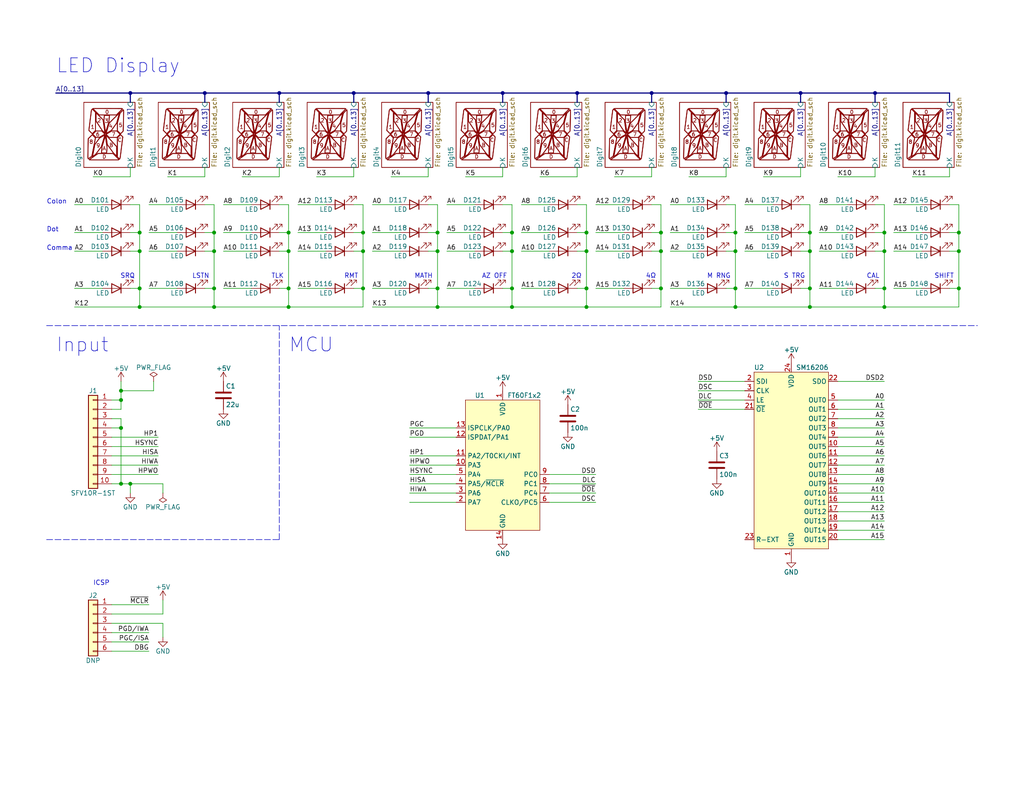
<source format=kicad_sch>
(kicad_sch (version 20211123) (generator eeschema)
  (paper "USLetter")
  (title_block (title "HP3478A LED Display") (date "2022-10-04") (rev "1.0") (company "© 2022 Sam Hanes, licensed under CERN-OHL-P v2+") (comment 1 "https://github.com/Elemecca/hp3478"))
  (lib_symbols
    (symbol "0Local:Digit_Legend" (pin_names (offset 1.016)) (in_bom no) (on_board no)
      (symbol "Digit_Legend_0_0"
        (text "0" (at -1.016 6.731 0) (effects (font (size 1.016 1.016))))
        (text "1" (at -4.953 2.667 0) (effects (font (size 1.016 1.016))))
        (text "2" (at -3.175 4.445 0) (effects (font (size 1.016 1.016))))
        (text "3" (at -1.143 4.318 0) (effects (font (size 1.016 1.016))))
        (text "4" (at 0 2.921 0) (effects (font (size 1.016 1.016))))
        (text "5" (at 2.667 3.175 0) (effects (font (size 1.016 1.016))))
        (text "6" (at -3.556 0.635 0) (effects (font (size 1.016 1.016))))
        (text "7" (at 0.762 0.635 0) (effects (font (size 1.016 1.016))))
        (text "8" (at -5.334 -1.397 0) (effects (font (size 1.016 1.016))))
        (text "9" (at -3.429 -2.413 0) (effects (font (size 1.016 1.016))))
        (text "A" (at -1.778 -3.175 0) (effects (font (size 1.016 1.016))))
        (text "B" (at 0.127 -2.286 0) (effects (font (size 1.016 1.016))))
        (text "C" (at 2.413 -0.889 0) (effects (font (size 1.016 1.016))))
        (text "D" (at -1.778 -5.461 0) (effects (font (size 1.016 1.016))))
      )
    )
    (symbol "0Local:FT60F1x2"
      (property "Reference" "U" (at -7.62 19.05 0))
      (property "Value" "FT60F1x2" (at 1.27 19.05 0))
      (symbol "FT60F1x2_1_1"
        (pin power_in line (at 0 20.32 270) (length 2.54) (name "VDD") (number "1"))
        (pin bidirectional line (at -12.7 0 0) (length 2.54) (name "PA3") (number "10"))
        (pin bidirectional line (at -12.7 2.54 0) (length 2.54) (name "PA2/T0CKI/INT") (number "11"))
        (pin bidirectional line (at -12.7 7.62 0) (length 2.54) (name "ISPDAT/PA1") (number "12"))
        (pin bidirectional line (at -12.7 10.16 0) (length 2.54) (name "ISPCLK/PA0") (number "13"))
        (pin power_in line (at 0 -20.32 90) (length 2.54) (name "GND") (number "14"))
        (pin bidirectional line (at -12.7 -10.16 0) (length 2.54) (name "PA7") (number "2"))
        (pin bidirectional line (at -12.7 -7.62 0) (length 2.54) (name "PA6") (number "3"))
        (pin bidirectional line (at -12.7 -5.08 0) (length 2.54) (name "PA5/~{MCLR}") (number "4"))
        (pin bidirectional line (at -12.7 -2.54 0) (length 2.54) (name "PA4") (number "5"))
        (pin bidirectional line (at 12.7 -10.16 180) (length 2.54) (name "CLKO/PC5") (number "6"))
        (pin bidirectional line (at 12.7 -7.62 180) (length 2.54) (name "PC4") (number "7"))
        (pin bidirectional line (at 12.7 -5.08 180) (length 2.54) (name "PC1") (number "8"))
        (pin bidirectional line (at 12.7 -2.54 180) (length 2.54) (name "PC0") (number "9"))
      )
    )
    (symbol "0Local:SM16206"
      (property "Reference" "U" (at -10.16 26.67 0))
      (property "Value" "SM16206" (at 1.27 26.67 0))
      (symbol "SM16206_1_1"
        (pin power_in line (at 0 -25.4 90) (length 2.54) (name "GND") (number "1"))
        (pin output line (at 12.7 5.08 180) (length 2.54) (name "OUT5") (number "10"))
        (pin output line (at 12.7 2.54 180) (length 2.54) (name "OUT6") (number "11"))
        (pin output line (at 12.7 0 180) (length 2.54) (name "OUT7") (number "12"))
        (pin output line (at 12.7 -2.54 180) (length 2.54) (name "OUT8") (number "13"))
        (pin output line (at 12.7 -5.08 180) (length 2.54) (name "OUT9") (number "14"))
        (pin output line (at 12.7 -7.62 180) (length 2.54) (name "OUT10") (number "15"))
        (pin output line (at 12.7 -10.16 180) (length 2.54) (name "OUT11") (number "16"))
        (pin output line (at 12.7 -12.7 180) (length 2.54) (name "OUT12") (number "17"))
        (pin output line (at 12.7 -15.24 180) (length 2.54) (name "OUT13") (number "18"))
        (pin output line (at 12.7 -17.78 180) (length 2.54) (name "OUT14") (number "19"))
        (pin input line (at -12.7 22.86 0) (length 2.54) (name "SDI") (number "2"))
        (pin output line (at 12.7 -20.32 180) (length 2.54) (name "OUT15") (number "20"))
        (pin input line (at -12.7 15.24 0) (length 2.54) (name "~{OE}") (number "21"))
        (pin output line (at 12.7 22.86 180) (length 2.54) (name "SDO") (number "22"))
        (pin passive line (at -12.7 -20.32 0) (length 2.54) (name "R-EXT") (number "23"))
        (pin power_in line (at 0 27.94 270) (length 2.54) (name "VDD") (number "24"))
        (pin input line (at -12.7 20.32 0) (length 2.54) (name "CLK") (number "3"))
        (pin input line (at -12.7 17.78 0) (length 2.54) (name "LE") (number "4"))
        (pin output line (at 12.7 17.78 180) (length 2.54) (name "OUT0") (number "5"))
        (pin output line (at 12.7 15.24 180) (length 2.54) (name "OUT1") (number "6"))
        (pin output line (at 12.7 12.7 180) (length 2.54) (name "OUT2") (number "7"))
        (pin output line (at 12.7 10.16 180) (length 2.54) (name "OUT3") (number "8"))
        (pin output line (at 12.7 7.62 180) (length 2.54) (name "OUT4") (number "9"))
      )
    )
    (symbol "Connector_Generic:Conn_01x06" (pin_names (offset 1.016) hide)
      (property "Reference" "J" (at 0 7.62 0))
      (property "Value" "Conn_01x06" (at 0 -10.16 0))
      (symbol "Conn_01x06_1_1"
        (pin passive line (at -5.08 5.08 0) (length 3.81) (name "Pin_1") (number "1"))
        (pin passive line (at -5.08 2.54 0) (length 3.81) (name "Pin_2") (number "2"))
        (pin passive line (at -5.08 0 0) (length 3.81) (name "Pin_3") (number "3"))
        (pin passive line (at -5.08 -2.54 0) (length 3.81) (name "Pin_4") (number "4"))
        (pin passive line (at -5.08 -5.08 0) (length 3.81) (name "Pin_5") (number "5"))
        (pin passive line (at -5.08 -7.62 0) (length 3.81) (name "Pin_6") (number "6"))
      )
    )
    (symbol "Connector_Generic:Conn_01x10" (pin_names (offset 1.016) hide)
      (property "Reference" "J" (at 0 12.7 0))
      (property "Value" "Conn_01x10" (at 0 -15.24 0))
      (symbol "Conn_01x10_1_1"
        (pin passive line (at -5.08 10.16 0) (length 3.81) (name "Pin_1") (number "1"))
        (pin passive line (at -5.08 -12.7 0) (length 3.81) (name "Pin_10") (number "10"))
        (pin passive line (at -5.08 7.62 0) (length 3.81) (name "Pin_2") (number "2"))
        (pin passive line (at -5.08 5.08 0) (length 3.81) (name "Pin_3") (number "3"))
        (pin passive line (at -5.08 2.54 0) (length 3.81) (name "Pin_4") (number "4"))
        (pin passive line (at -5.08 0 0) (length 3.81) (name "Pin_5") (number "5"))
        (pin passive line (at -5.08 -2.54 0) (length 3.81) (name "Pin_6") (number "6"))
        (pin passive line (at -5.08 -5.08 0) (length 3.81) (name "Pin_7") (number "7"))
        (pin passive line (at -5.08 -7.62 0) (length 3.81) (name "Pin_8") (number "8"))
        (pin passive line (at -5.08 -10.16 0) (length 3.81) (name "Pin_9") (number "9"))
      )
    )
    (symbol "Device:C" (pin_numbers hide) (pin_names (offset 0.254))
      (property "Reference" "C" (at 0.635 2.54 0))
      (property "Value" "C" (at 0.635 -2.54 0))
      (symbol "C_1_1"
        (pin passive line (at 0 3.81 270) (length 2.794) (name "~") (number "1"))
        (pin passive line (at 0 -3.81 90) (length 2.794) (name "~") (number "2"))
      )
    )
    (symbol "Device:LED" (pin_numbers hide) (pin_names (offset 1.016) hide)
      (property "Reference" "D" (at 0 2.54 0))
      (property "Value" "LED" (at 0 -2.54 0))
      (symbol "LED_1_1"
        (pin passive line (at -3.81 0 0) (length 2.54) (name "K") (number "1"))
        (pin passive line (at 3.81 0 180) (length 2.54) (name "A") (number "2"))
      )
    )
    (symbol "Digit_Legend_1" (pin_names (offset 1.016)) (in_bom no) (on_board no)
      (symbol "Digit_Legend_1_0_0"
        (text "0" (at -1.016 6.731 0) (effects (font (size 1.016 1.016))))
        (text "1" (at -4.953 2.667 0) (effects (font (size 1.016 1.016))))
        (text "2" (at -3.175 4.445 0) (effects (font (size 1.016 1.016))))
        (text "3" (at -1.143 4.318 0) (effects (font (size 1.016 1.016))))
        (text "4" (at 0 2.921 0) (effects (font (size 1.016 1.016))))
        (text "5" (at 2.667 3.175 0) (effects (font (size 1.016 1.016))))
        (text "6" (at -3.556 0.635 0) (effects (font (size 1.016 1.016))))
        (text "7" (at 0.762 0.635 0) (effects (font (size 1.016 1.016))))
        (text "8" (at -5.334 -1.397 0) (effects (font (size 1.016 1.016))))
        (text "9" (at -3.429 -2.413 0) (effects (font (size 1.016 1.016))))
        (text "A" (at -1.778 -3.175 0) (effects (font (size 1.016 1.016))))
        (text "B" (at 0.127 -2.286 0) (effects (font (size 1.016 1.016))))
        (text "C" (at 2.413 -0.889 0) (effects (font (size 1.016 1.016))))
        (text "D" (at -1.778 -5.461 0) (effects (font (size 1.016 1.016))))
      )
    )
    (symbol "Digit_Legend_10" (pin_names (offset 1.016)) (in_bom no) (on_board no)
      (symbol "Digit_Legend_10_0_0"
        (text "0" (at -1.016 6.731 0) (effects (font (size 1.016 1.016))))
        (text "1" (at -4.953 2.667 0) (effects (font (size 1.016 1.016))))
        (text "2" (at -3.175 4.445 0) (effects (font (size 1.016 1.016))))
        (text "3" (at -1.143 4.318 0) (effects (font (size 1.016 1.016))))
        (text "4" (at 0 2.921 0) (effects (font (size 1.016 1.016))))
        (text "5" (at 2.667 3.175 0) (effects (font (size 1.016 1.016))))
        (text "6" (at -3.556 0.635 0) (effects (font (size 1.016 1.016))))
        (text "7" (at 0.762 0.635 0) (effects (font (size 1.016 1.016))))
        (text "8" (at -5.334 -1.397 0) (effects (font (size 1.016 1.016))))
        (text "9" (at -3.429 -2.413 0) (effects (font (size 1.016 1.016))))
        (text "A" (at -1.778 -3.175 0) (effects (font (size 1.016 1.016))))
        (text "B" (at 0.127 -2.286 0) (effects (font (size 1.016 1.016))))
        (text "C" (at 2.413 -0.889 0) (effects (font (size 1.016 1.016))))
        (text "D" (at -1.778 -5.461 0) (effects (font (size 1.016 1.016))))
      )
    )
    (symbol "Digit_Legend_11" (pin_names (offset 1.016)) (in_bom no) (on_board no)
      (symbol "Digit_Legend_11_0_0"
        (text "0" (at -1.016 6.731 0) (effects (font (size 1.016 1.016))))
        (text "1" (at -4.953 2.667 0) (effects (font (size 1.016 1.016))))
        (text "2" (at -3.175 4.445 0) (effects (font (size 1.016 1.016))))
        (text "3" (at -1.143 4.318 0) (effects (font (size 1.016 1.016))))
        (text "4" (at 0 2.921 0) (effects (font (size 1.016 1.016))))
        (text "5" (at 2.667 3.175 0) (effects (font (size 1.016 1.016))))
        (text "6" (at -3.556 0.635 0) (effects (font (size 1.016 1.016))))
        (text "7" (at 0.762 0.635 0) (effects (font (size 1.016 1.016))))
        (text "8" (at -5.334 -1.397 0) (effects (font (size 1.016 1.016))))
        (text "9" (at -3.429 -2.413 0) (effects (font (size 1.016 1.016))))
        (text "A" (at -1.778 -3.175 0) (effects (font (size 1.016 1.016))))
        (text "B" (at 0.127 -2.286 0) (effects (font (size 1.016 1.016))))
        (text "C" (at 2.413 -0.889 0) (effects (font (size 1.016 1.016))))
        (text "D" (at -1.778 -5.461 0) (effects (font (size 1.016 1.016))))
      )
    )
    (symbol "Digit_Legend_2" (pin_names (offset 1.016)) (in_bom no) (on_board no)
      (symbol "Digit_Legend_2_0_0"
        (text "0" (at -1.016 6.731 0) (effects (font (size 1.016 1.016))))
        (text "1" (at -4.953 2.667 0) (effects (font (size 1.016 1.016))))
        (text "2" (at -3.175 4.445 0) (effects (font (size 1.016 1.016))))
        (text "3" (at -1.143 4.318 0) (effects (font (size 1.016 1.016))))
        (text "4" (at 0 2.921 0) (effects (font (size 1.016 1.016))))
        (text "5" (at 2.667 3.175 0) (effects (font (size 1.016 1.016))))
        (text "6" (at -3.556 0.635 0) (effects (font (size 1.016 1.016))))
        (text "7" (at 0.762 0.635 0) (effects (font (size 1.016 1.016))))
        (text "8" (at -5.334 -1.397 0) (effects (font (size 1.016 1.016))))
        (text "9" (at -3.429 -2.413 0) (effects (font (size 1.016 1.016))))
        (text "A" (at -1.778 -3.175 0) (effects (font (size 1.016 1.016))))
        (text "B" (at 0.127 -2.286 0) (effects (font (size 1.016 1.016))))
        (text "C" (at 2.413 -0.889 0) (effects (font (size 1.016 1.016))))
        (text "D" (at -1.778 -5.461 0) (effects (font (size 1.016 1.016))))
      )
    )
    (symbol "Digit_Legend_3" (pin_names (offset 1.016)) (in_bom no) (on_board no)
      (symbol "Digit_Legend_3_0_0"
        (text "0" (at -1.016 6.731 0) (effects (font (size 1.016 1.016))))
        (text "1" (at -4.953 2.667 0) (effects (font (size 1.016 1.016))))
        (text "2" (at -3.175 4.445 0) (effects (font (size 1.016 1.016))))
        (text "3" (at -1.143 4.318 0) (effects (font (size 1.016 1.016))))
        (text "4" (at 0 2.921 0) (effects (font (size 1.016 1.016))))
        (text "5" (at 2.667 3.175 0) (effects (font (size 1.016 1.016))))
        (text "6" (at -3.556 0.635 0) (effects (font (size 1.016 1.016))))
        (text "7" (at 0.762 0.635 0) (effects (font (size 1.016 1.016))))
        (text "8" (at -5.334 -1.397 0) (effects (font (size 1.016 1.016))))
        (text "9" (at -3.429 -2.413 0) (effects (font (size 1.016 1.016))))
        (text "A" (at -1.778 -3.175 0) (effects (font (size 1.016 1.016))))
        (text "B" (at 0.127 -2.286 0) (effects (font (size 1.016 1.016))))
        (text "C" (at 2.413 -0.889 0) (effects (font (size 1.016 1.016))))
        (text "D" (at -1.778 -5.461 0) (effects (font (size 1.016 1.016))))
      )
    )
    (symbol "Digit_Legend_4" (pin_names (offset 1.016)) (in_bom no) (on_board no)
      (symbol "Digit_Legend_4_0_0"
        (text "0" (at -1.016 6.731 0) (effects (font (size 1.016 1.016))))
        (text "1" (at -4.953 2.667 0) (effects (font (size 1.016 1.016))))
        (text "2" (at -3.175 4.445 0) (effects (font (size 1.016 1.016))))
        (text "3" (at -1.143 4.318 0) (effects (font (size 1.016 1.016))))
        (text "4" (at 0 2.921 0) (effects (font (size 1.016 1.016))))
        (text "5" (at 2.667 3.175 0) (effects (font (size 1.016 1.016))))
        (text "6" (at -3.556 0.635 0) (effects (font (size 1.016 1.016))))
        (text "7" (at 0.762 0.635 0) (effects (font (size 1.016 1.016))))
        (text "8" (at -5.334 -1.397 0) (effects (font (size 1.016 1.016))))
        (text "9" (at -3.429 -2.413 0) (effects (font (size 1.016 1.016))))
        (text "A" (at -1.778 -3.175 0) (effects (font (size 1.016 1.016))))
        (text "B" (at 0.127 -2.286 0) (effects (font (size 1.016 1.016))))
        (text "C" (at 2.413 -0.889 0) (effects (font (size 1.016 1.016))))
        (text "D" (at -1.778 -5.461 0) (effects (font (size 1.016 1.016))))
      )
    )
    (symbol "Digit_Legend_5" (pin_names (offset 1.016)) (in_bom no) (on_board no)
      (symbol "Digit_Legend_5_0_0"
        (text "0" (at -1.016 6.731 0) (effects (font (size 1.016 1.016))))
        (text "1" (at -4.953 2.667 0) (effects (font (size 1.016 1.016))))
        (text "2" (at -3.175 4.445 0) (effects (font (size 1.016 1.016))))
        (text "3" (at -1.143 4.318 0) (effects (font (size 1.016 1.016))))
        (text "4" (at 0 2.921 0) (effects (font (size 1.016 1.016))))
        (text "5" (at 2.667 3.175 0) (effects (font (size 1.016 1.016))))
        (text "6" (at -3.556 0.635 0) (effects (font (size 1.016 1.016))))
        (text "7" (at 0.762 0.635 0) (effects (font (size 1.016 1.016))))
        (text "8" (at -5.334 -1.397 0) (effects (font (size 1.016 1.016))))
        (text "9" (at -3.429 -2.413 0) (effects (font (size 1.016 1.016))))
        (text "A" (at -1.778 -3.175 0) (effects (font (size 1.016 1.016))))
        (text "B" (at 0.127 -2.286 0) (effects (font (size 1.016 1.016))))
        (text "C" (at 2.413 -0.889 0) (effects (font (size 1.016 1.016))))
        (text "D" (at -1.778 -5.461 0) (effects (font (size 1.016 1.016))))
      )
    )
    (symbol "Digit_Legend_6" (pin_names (offset 1.016)) (in_bom no) (on_board no)
      (symbol "Digit_Legend_6_0_0"
        (text "0" (at -1.016 6.731 0) (effects (font (size 1.016 1.016))))
        (text "1" (at -4.953 2.667 0) (effects (font (size 1.016 1.016))))
        (text "2" (at -3.175 4.445 0) (effects (font (size 1.016 1.016))))
        (text "3" (at -1.143 4.318 0) (effects (font (size 1.016 1.016))))
        (text "4" (at 0 2.921 0) (effects (font (size 1.016 1.016))))
        (text "5" (at 2.667 3.175 0) (effects (font (size 1.016 1.016))))
        (text "6" (at -3.556 0.635 0) (effects (font (size 1.016 1.016))))
        (text "7" (at 0.762 0.635 0) (effects (font (size 1.016 1.016))))
        (text "8" (at -5.334 -1.397 0) (effects (font (size 1.016 1.016))))
        (text "9" (at -3.429 -2.413 0) (effects (font (size 1.016 1.016))))
        (text "A" (at -1.778 -3.175 0) (effects (font (size 1.016 1.016))))
        (text "B" (at 0.127 -2.286 0) (effects (font (size 1.016 1.016))))
        (text "C" (at 2.413 -0.889 0) (effects (font (size 1.016 1.016))))
        (text "D" (at -1.778 -5.461 0) (effects (font (size 1.016 1.016))))
      )
    )
    (symbol "Digit_Legend_7" (pin_names (offset 1.016)) (in_bom no) (on_board no)
      (symbol "Digit_Legend_7_0_0"
        (text "0" (at -1.016 6.731 0) (effects (font (size 1.016 1.016))))
        (text "1" (at -4.953 2.667 0) (effects (font (size 1.016 1.016))))
        (text "2" (at -3.175 4.445 0) (effects (font (size 1.016 1.016))))
        (text "3" (at -1.143 4.318 0) (effects (font (size 1.016 1.016))))
        (text "4" (at 0 2.921 0) (effects (font (size 1.016 1.016))))
        (text "5" (at 2.667 3.175 0) (effects (font (size 1.016 1.016))))
        (text "6" (at -3.556 0.635 0) (effects (font (size 1.016 1.016))))
        (text "7" (at 0.762 0.635 0) (effects (font (size 1.016 1.016))))
        (text "8" (at -5.334 -1.397 0) (effects (font (size 1.016 1.016))))
        (text "9" (at -3.429 -2.413 0) (effects (font (size 1.016 1.016))))
        (text "A" (at -1.778 -3.175 0) (effects (font (size 1.016 1.016))))
        (text "B" (at 0.127 -2.286 0) (effects (font (size 1.016 1.016))))
        (text "C" (at 2.413 -0.889 0) (effects (font (size 1.016 1.016))))
        (text "D" (at -1.778 -5.461 0) (effects (font (size 1.016 1.016))))
      )
    )
    (symbol "Digit_Legend_8" (pin_names (offset 1.016)) (in_bom no) (on_board no)
      (symbol "Digit_Legend_8_0_0"
        (text "0" (at -1.016 6.731 0) (effects (font (size 1.016 1.016))))
        (text "1" (at -4.953 2.667 0) (effects (font (size 1.016 1.016))))
        (text "2" (at -3.175 4.445 0) (effects (font (size 1.016 1.016))))
        (text "3" (at -1.143 4.318 0) (effects (font (size 1.016 1.016))))
        (text "4" (at 0 2.921 0) (effects (font (size 1.016 1.016))))
        (text "5" (at 2.667 3.175 0) (effects (font (size 1.016 1.016))))
        (text "6" (at -3.556 0.635 0) (effects (font (size 1.016 1.016))))
        (text "7" (at 0.762 0.635 0) (effects (font (size 1.016 1.016))))
        (text "8" (at -5.334 -1.397 0) (effects (font (size 1.016 1.016))))
        (text "9" (at -3.429 -2.413 0) (effects (font (size 1.016 1.016))))
        (text "A" (at -1.778 -3.175 0) (effects (font (size 1.016 1.016))))
        (text "B" (at 0.127 -2.286 0) (effects (font (size 1.016 1.016))))
        (text "C" (at 2.413 -0.889 0) (effects (font (size 1.016 1.016))))
        (text "D" (at -1.778 -5.461 0) (effects (font (size 1.016 1.016))))
      )
    )
    (symbol "Digit_Legend_9" (pin_names (offset 1.016)) (in_bom no) (on_board no)
      (symbol "Digit_Legend_9_0_0"
        (text "0" (at -1.016 6.731 0) (effects (font (size 1.016 1.016))))
        (text "1" (at -4.953 2.667 0) (effects (font (size 1.016 1.016))))
        (text "2" (at -3.175 4.445 0) (effects (font (size 1.016 1.016))))
        (text "3" (at -1.143 4.318 0) (effects (font (size 1.016 1.016))))
        (text "4" (at 0 2.921 0) (effects (font (size 1.016 1.016))))
        (text "5" (at 2.667 3.175 0) (effects (font (size 1.016 1.016))))
        (text "6" (at -3.556 0.635 0) (effects (font (size 1.016 1.016))))
        (text "7" (at 0.762 0.635 0) (effects (font (size 1.016 1.016))))
        (text "8" (at -5.334 -1.397 0) (effects (font (size 1.016 1.016))))
        (text "9" (at -3.429 -2.413 0) (effects (font (size 1.016 1.016))))
        (text "A" (at -1.778 -3.175 0) (effects (font (size 1.016 1.016))))
        (text "B" (at 0.127 -2.286 0) (effects (font (size 1.016 1.016))))
        (text "C" (at 2.413 -0.889 0) (effects (font (size 1.016 1.016))))
        (text "D" (at -1.778 -5.461 0) (effects (font (size 1.016 1.016))))
      )
    )
    (symbol "power:+5V" (power) (pin_names (offset 0))
      (property "Value" "+5V" (at 0 3.556 0))
      (symbol "+5V_1_1"
        (pin power_in line (at 0 0 90) (length 0) hide (name "+5V") (number "1"))
      )
    )
    (symbol "power:GND" (power) (pin_names (offset 0))
      (property "Value" "GND" (at 0 -3.81 0))
      (symbol "GND_1_1"
        (pin power_in line (at 0 0 270) (length 0) hide (name "GND") (number "1"))
      )
    )
    (symbol "power:PWR_FLAG" (power) (pin_numbers hide) (pin_names (offset 0) hide)
      (property "Value" "PWR_FLAG" (at 0 3.81 0))
      (symbol "PWR_FLAG_0_0"
        (pin power_out line (at 0 0 90) (length 0) (name "pwr") (number "1"))
      )
    )
  )
  (junction (at 78.74 68.58))
  (junction (at 238.76 25.4))
  (junction (at 119.38 83.82))
  (junction (at 38.1 78.74))
  (junction (at 99.06 68.58))
  (junction (at 200.66 68.58))
  (junction (at 38.1 68.58))
  (junction (at 241.3 83.82))
  (junction (at 198.12 25.4))
  (junction (at 33.02 132.08))
  (junction (at 58.42 68.58))
  (junction (at 220.98 63.5))
  (junction (at 38.1 83.82))
  (junction (at 241.3 78.74))
  (junction (at 261.62 78.74))
  (junction (at 76.2 25.4))
  (junction (at 58.42 63.5))
  (junction (at 58.42 78.74))
  (junction (at 218.44 25.4))
  (junction (at 116.84 25.4))
  (junction (at 139.7 63.5))
  (junction (at 33.02 116.84))
  (junction (at 220.98 68.58))
  (junction (at 119.38 63.5))
  (junction (at 180.34 78.74))
  (junction (at 38.1 63.5))
  (junction (at 160.02 68.58))
  (junction (at 78.74 78.74))
  (junction (at 119.38 78.74))
  (junction (at 33.02 109.22))
  (junction (at 220.98 78.74))
  (junction (at 180.34 68.58))
  (junction (at 78.74 63.5))
  (junction (at 139.7 78.74))
  (junction (at 200.66 83.82))
  (junction (at 99.06 63.5))
  (junction (at 58.42 83.82))
  (junction (at 99.06 78.74))
  (junction (at 241.3 68.58))
  (junction (at 160.02 83.82))
  (junction (at 137.16 25.4))
  (junction (at 33.02 106.68))
  (junction (at 139.7 83.82))
  (junction (at 35.56 132.08))
  (junction (at 55.88 25.4))
  (junction (at 241.3 63.5))
  (junction (at 157.48 25.4))
  (junction (at 200.66 78.74))
  (junction (at 78.74 83.82))
  (junction (at 160.02 78.74))
  (junction (at 139.7 68.58))
  (junction (at 35.56 25.4))
  (junction (at 119.38 68.58))
  (junction (at 261.62 63.5))
  (junction (at 261.62 68.58))
  (junction (at 160.02 63.5))
  (junction (at 180.34 63.5))
  (junction (at 200.66 63.5))
  (junction (at 177.8 25.4))
  (junction (at 220.98 83.82))
  (junction (at 96.52 25.4))
  (wire (pts (xy 187.96 48.26) (xy 198.12 48.26)))
  (wire (pts (xy 228.6 121.92) (xy 241.3 121.92)))
  (wire (pts (xy 121.92 68.58) (xy 129.54 68.58)))
  (wire (pts (xy 119.38 68.58) (xy 116.84 68.58)))
  (wire (pts (xy 228.6 119.38) (xy 241.3 119.38)))
  (wire (pts (xy 241.3 68.58) (xy 241.3 78.74)))
  (wire (pts (xy 111.76 124.46) (xy 124.46 124.46)))
  (wire (pts (xy 243.84 78.74) (xy 251.46 78.74)))
  (wire (pts (xy 38.1 78.74) (xy 35.56 78.74)))
  (bus (pts (xy 116.84 25.4) (xy 116.84 27.94)))
  (wire (pts (xy 139.7 63.5) (xy 139.7 68.58)))
  (wire (pts (xy 223.52 68.58) (xy 231.14 68.58)))
  (wire (pts (xy 248.92 48.26) (xy 259.08 48.26)))
  (wire (pts (xy 228.6 48.26) (xy 238.76 48.26)))
  (wire (pts (xy 40.64 172.72) (xy 30.48 172.72)))
  (wire (pts (xy 40.64 165.1) (xy 30.48 165.1)))
  (wire (pts (xy 99.06 63.5) (xy 96.52 63.5)))
  (wire (pts (xy 243.84 68.58) (xy 251.46 68.58)))
  (wire (pts (xy 76.2 45.72) (xy 76.2 48.26)))
  (wire (pts (xy 228.6 124.46) (xy 241.3 124.46)))
  (wire (pts (xy 119.38 55.88) (xy 119.38 63.5)))
  (wire (pts (xy 101.6 55.88) (xy 109.22 55.88)))
  (wire (pts (xy 78.74 63.5) (xy 78.74 68.58)))
  (wire (pts (xy 20.32 78.74) (xy 27.94 78.74)))
  (wire (pts (xy 220.98 55.88) (xy 218.44 55.88)))
  (wire (pts (xy 162.56 63.5) (xy 170.18 63.5)))
  (wire (pts (xy 30.48 114.3) (xy 33.02 114.3)))
  (wire (pts (xy 228.6 104.14) (xy 241.3 104.14)))
  (wire (pts (xy 190.5 109.22) (xy 203.2 109.22)))
  (wire (pts (xy 33.02 132.08) (xy 35.56 132.08)))
  (wire (pts (xy 142.24 55.88) (xy 149.86 55.88)))
  (wire (pts (xy 30.48 111.76) (xy 33.02 111.76)))
  (wire (pts (xy 182.88 63.5) (xy 190.5 63.5)))
  (wire (pts (xy 66.04 48.26) (xy 76.2 48.26)))
  (wire (pts (xy 228.6 127) (xy 241.3 127)))
  (wire (pts (xy 160.02 68.58) (xy 160.02 78.74)))
  (wire (pts (xy 111.76 134.62) (xy 124.46 134.62)))
  (wire (pts (xy 180.34 63.5) (xy 177.8 63.5)))
  (wire (pts (xy 180.34 55.88) (xy 180.34 63.5)))
  (wire (pts (xy 33.02 114.3) (xy 33.02 116.84)))
  (wire (pts (xy 182.88 83.82) (xy 200.66 83.82)))
  (wire (pts (xy 78.74 78.74) (xy 76.2 78.74)))
  (wire (pts (xy 157.48 45.72) (xy 157.48 48.26)))
  (wire (pts (xy 25.4 48.26) (xy 35.56 48.26)))
  (wire (pts (xy 162.56 68.58) (xy 170.18 68.58)))
  (wire (pts (xy 44.45 173.99) (xy 44.45 170.18)))
  (wire (pts (xy 200.66 63.5) (xy 198.12 63.5)))
  (wire (pts (xy 38.1 55.88) (xy 38.1 63.5)))
  (wire (pts (xy 99.06 68.58) (xy 99.06 78.74)))
  (wire (pts (xy 142.24 68.58) (xy 149.86 68.58)))
  (wire (pts (xy 190.5 104.14) (xy 203.2 104.14)))
  (wire (pts (xy 200.66 68.58) (xy 198.12 68.58)))
  (bus (pts (xy 177.8 25.4) (xy 177.8 27.94)))
  (wire (pts (xy 200.66 63.5) (xy 200.66 68.58)))
  (wire (pts (xy 228.6 147.32) (xy 241.3 147.32)))
  (wire (pts (xy 200.66 78.74) (xy 200.66 83.82)))
  (polyline (pts (xy 12.7 147.32) (xy 76.2 147.32)))
  (wire (pts (xy 121.92 63.5) (xy 129.54 63.5)))
  (wire (pts (xy 58.42 55.88) (xy 58.42 63.5)))
  (wire (pts (xy 177.8 45.72) (xy 177.8 48.26)))
  (wire (pts (xy 167.64 48.26) (xy 177.8 48.26)))
  (wire (pts (xy 160.02 63.5) (xy 160.02 68.58)))
  (wire (pts (xy 101.6 68.58) (xy 109.22 68.58)))
  (wire (pts (xy 261.62 68.58) (xy 261.62 78.74)))
  (wire (pts (xy 81.28 55.88) (xy 88.9 55.88)))
  (wire (pts (xy 45.72 48.26) (xy 55.88 48.26)))
  (wire (pts (xy 228.6 132.08) (xy 241.3 132.08)))
  (wire (pts (xy 119.38 83.82) (xy 139.7 83.82)))
  (wire (pts (xy 20.32 68.58) (xy 27.94 68.58)))
  (wire (pts (xy 111.76 137.16) (xy 124.46 137.16)))
  (wire (pts (xy 241.3 68.58) (xy 238.76 68.58)))
  (wire (pts (xy 149.86 134.62) (xy 162.56 134.62)))
  (bus (pts (xy 198.12 25.4) (xy 218.44 25.4)))
  (wire (pts (xy 60.96 78.74) (xy 68.58 78.74)))
  (wire (pts (xy 58.42 55.88) (xy 55.88 55.88)))
  (wire (pts (xy 111.76 116.84) (xy 124.46 116.84)))
  (wire (pts (xy 220.98 83.82) (xy 241.3 83.82)))
  (wire (pts (xy 147.32 48.26) (xy 157.48 48.26)))
  (wire (pts (xy 60.96 68.58) (xy 68.58 68.58)))
  (bus (pts (xy 116.84 25.4) (xy 137.16 25.4)))
  (bus (pts (xy 238.76 25.4) (xy 259.08 25.4)))
  (bus (pts (xy 137.16 25.4) (xy 137.16 27.94)))
  (wire (pts (xy 228.6 114.3) (xy 241.3 114.3)))
  (wire (pts (xy 101.6 78.74) (xy 109.22 78.74)))
  (wire (pts (xy 20.32 83.82) (xy 38.1 83.82)))
  (wire (pts (xy 81.28 78.74) (xy 88.9 78.74)))
  (wire (pts (xy 160.02 55.88) (xy 157.48 55.88)))
  (wire (pts (xy 220.98 55.88) (xy 220.98 63.5)))
  (wire (pts (xy 111.76 119.38) (xy 124.46 119.38)))
  (wire (pts (xy 78.74 55.88) (xy 78.74 63.5)))
  (polyline (pts (xy 76.2 147.32) (xy 76.2 88.9)))
  (bus (pts (xy 15.24 25.4) (xy 35.56 25.4)))
  (bus (pts (xy 76.2 25.4) (xy 96.52 25.4)))
  (wire (pts (xy 99.06 55.88) (xy 96.52 55.88)))
  (wire (pts (xy 261.62 78.74) (xy 261.62 83.82)))
  (wire (pts (xy 40.64 78.74) (xy 48.26 78.74)))
  (wire (pts (xy 20.32 55.88) (xy 27.94 55.88)))
  (bus (pts (xy 137.16 25.4) (xy 157.48 25.4)))
  (wire (pts (xy 35.56 45.72) (xy 35.56 48.26)))
  (bus (pts (xy 35.56 25.4) (xy 55.88 25.4)))
  (wire (pts (xy 160.02 55.88) (xy 160.02 63.5)))
  (wire (pts (xy 139.7 55.88) (xy 137.16 55.88)))
  (wire (pts (xy 55.88 45.72) (xy 55.88 48.26)))
  (wire (pts (xy 162.56 78.74) (xy 170.18 78.74)))
  (wire (pts (xy 33.02 106.68) (xy 33.02 104.14)))
  (wire (pts (xy 81.28 68.58) (xy 88.9 68.58)))
  (wire (pts (xy 20.32 63.5) (xy 27.94 63.5)))
  (wire (pts (xy 99.06 78.74) (xy 96.52 78.74)))
  (bus (pts (xy 177.8 25.4) (xy 198.12 25.4)))
  (wire (pts (xy 101.6 63.5) (xy 109.22 63.5)))
  (wire (pts (xy 99.06 63.5) (xy 99.06 68.58)))
  (bus (pts (xy 96.52 25.4) (xy 116.84 25.4)))
  (wire (pts (xy 228.6 134.62) (xy 241.3 134.62)))
  (wire (pts (xy 99.06 68.58) (xy 96.52 68.58)))
  (wire (pts (xy 200.66 78.74) (xy 198.12 78.74)))
  (wire (pts (xy 142.24 63.5) (xy 149.86 63.5)))
  (wire (pts (xy 44.45 134.62) (xy 44.45 132.08)))
  (bus (pts (xy 76.2 25.4) (xy 76.2 27.94)))
  (wire (pts (xy 58.42 78.74) (xy 55.88 78.74)))
  (wire (pts (xy 60.96 55.88) (xy 68.58 55.88)))
  (wire (pts (xy 99.06 55.88) (xy 99.06 63.5)))
  (wire (pts (xy 58.42 83.82) (xy 78.74 83.82)))
  (wire (pts (xy 58.42 63.5) (xy 55.88 63.5)))
  (wire (pts (xy 139.7 83.82) (xy 160.02 83.82)))
  (wire (pts (xy 241.3 78.74) (xy 238.76 78.74)))
  (wire (pts (xy 30.48 177.8) (xy 40.64 177.8)))
  (wire (pts (xy 228.6 116.84) (xy 241.3 116.84)))
  (wire (pts (xy 160.02 78.74) (xy 157.48 78.74)))
  (wire (pts (xy 119.38 63.5) (xy 116.84 63.5)))
  (wire (pts (xy 149.86 129.54) (xy 162.56 129.54)))
  (wire (pts (xy 139.7 78.74) (xy 137.16 78.74)))
  (wire (pts (xy 40.64 68.58) (xy 48.26 68.58)))
  (wire (pts (xy 78.74 83.82) (xy 99.06 83.82)))
  (wire (pts (xy 81.28 63.5) (xy 88.9 63.5)))
  (wire (pts (xy 220.98 63.5) (xy 220.98 68.58)))
  (wire (pts (xy 101.6 83.82) (xy 119.38 83.82)))
  (wire (pts (xy 200.66 68.58) (xy 200.66 78.74)))
  (wire (pts (xy 261.62 55.88) (xy 261.62 63.5)))
  (wire (pts (xy 180.34 55.88) (xy 177.8 55.88)))
  (wire (pts (xy 203.2 63.5) (xy 210.82 63.5)))
  (wire (pts (xy 182.88 78.74) (xy 190.5 78.74)))
  (wire (pts (xy 182.88 68.58) (xy 190.5 68.58)))
  (wire (pts (xy 137.16 45.72) (xy 137.16 48.26)))
  (wire (pts (xy 218.44 45.72) (xy 218.44 48.26)))
  (wire (pts (xy 228.6 111.76) (xy 241.3 111.76)))
  (wire (pts (xy 99.06 78.74) (xy 99.06 83.82)))
  (wire (pts (xy 38.1 63.5) (xy 35.56 63.5)))
  (wire (pts (xy 41.91 104.14) (xy 41.91 106.68)))
  (wire (pts (xy 198.12 45.72) (xy 198.12 48.26)))
  (wire (pts (xy 160.02 78.74) (xy 160.02 83.82)))
  (wire (pts (xy 228.6 129.54) (xy 241.3 129.54)))
  (wire (pts (xy 35.56 132.08) (xy 35.56 134.62)))
  (wire (pts (xy 30.48 124.46) (xy 43.18 124.46)))
  (wire (pts (xy 139.7 63.5) (xy 137.16 63.5)))
  (wire (pts (xy 180.34 68.58) (xy 177.8 68.58)))
  (wire (pts (xy 78.74 68.58) (xy 78.74 78.74)))
  (wire (pts (xy 60.96 63.5) (xy 68.58 63.5)))
  (wire (pts (xy 228.6 139.7) (xy 241.3 139.7)))
  (bus (pts (xy 218.44 25.4) (xy 238.76 25.4)))
  (wire (pts (xy 228.6 137.16) (xy 241.3 137.16)))
  (wire (pts (xy 220.98 68.58) (xy 218.44 68.58)))
  (wire (pts (xy 228.6 142.24) (xy 241.3 142.24)))
  (wire (pts (xy 180.34 63.5) (xy 180.34 68.58)))
  (polyline (pts (xy 12.7 88.9) (xy 266.7 88.9)))
  (bus (pts (xy 35.56 27.94) (xy 35.56 25.4)))
  (wire (pts (xy 220.98 78.74) (xy 220.98 83.82)))
  (wire (pts (xy 121.92 78.74) (xy 129.54 78.74)))
  (wire (pts (xy 40.64 175.26) (xy 30.48 175.26)))
  (wire (pts (xy 220.98 78.74) (xy 218.44 78.74)))
  (wire (pts (xy 111.76 132.08) (xy 124.46 132.08)))
  (wire (pts (xy 190.5 111.76) (xy 203.2 111.76)))
  (wire (pts (xy 160.02 68.58) (xy 157.48 68.58)))
  (wire (pts (xy 30.48 129.54) (xy 43.18 129.54)))
  (wire (pts (xy 180.34 78.74) (xy 180.34 83.82)))
  (wire (pts (xy 203.2 68.58) (xy 210.82 68.58)))
  (wire (pts (xy 38.1 68.58) (xy 38.1 78.74)))
  (wire (pts (xy 111.76 129.54) (xy 124.46 129.54)))
  (wire (pts (xy 38.1 55.88) (xy 35.56 55.88)))
  (wire (pts (xy 44.45 170.18) (xy 30.48 170.18)))
  (wire (pts (xy 40.64 55.88) (xy 48.26 55.88)))
  (wire (pts (xy 261.62 63.5) (xy 259.08 63.5)))
  (wire (pts (xy 228.6 109.22) (xy 241.3 109.22)))
  (wire (pts (xy 162.56 55.88) (xy 170.18 55.88)))
  (wire (pts (xy 261.62 68.58) (xy 259.08 68.58)))
  (wire (pts (xy 149.86 137.16) (xy 162.56 137.16)))
  (wire (pts (xy 30.48 119.38) (xy 43.18 119.38)))
  (bus (pts (xy 259.08 27.94) (xy 259.08 25.4)))
  (bus (pts (xy 55.88 25.4) (xy 55.88 27.94)))
  (wire (pts (xy 200.66 55.88) (xy 198.12 55.88)))
  (wire (pts (xy 78.74 68.58) (xy 76.2 68.58)))
  (wire (pts (xy 160.02 63.5) (xy 157.48 63.5)))
  (wire (pts (xy 160.02 83.82) (xy 180.34 83.82)))
  (wire (pts (xy 223.52 55.88) (xy 231.14 55.88)))
  (wire (pts (xy 119.38 68.58) (xy 119.38 78.74)))
  (wire (pts (xy 241.3 63.5) (xy 241.3 68.58)))
  (wire (pts (xy 228.6 144.78) (xy 241.3 144.78)))
  (wire (pts (xy 203.2 78.74) (xy 210.82 78.74)))
  (wire (pts (xy 33.02 111.76) (xy 33.02 109.22)))
  (wire (pts (xy 142.24 78.74) (xy 149.86 78.74)))
  (wire (pts (xy 208.28 48.26) (xy 218.44 48.26)))
  (wire (pts (xy 119.38 78.74) (xy 116.84 78.74)))
  (bus (pts (xy 96.52 25.4) (xy 96.52 27.94)))
  (bus (pts (xy 157.48 25.4) (xy 177.8 25.4)))
  (wire (pts (xy 78.74 78.74) (xy 78.74 83.82)))
  (wire (pts (xy 30.48 127) (xy 43.18 127)))
  (wire (pts (xy 111.76 127) (xy 124.46 127)))
  (wire (pts (xy 261.62 55.88) (xy 259.08 55.88)))
  (wire (pts (xy 30.48 116.84) (xy 33.02 116.84)))
  (wire (pts (xy 35.56 132.08) (xy 44.45 132.08)))
  (bus (pts (xy 198.12 25.4) (xy 198.12 27.94)))
  (wire (pts (xy 119.38 78.74) (xy 119.38 83.82)))
  (wire (pts (xy 203.2 55.88) (xy 210.82 55.88)))
  (wire (pts (xy 78.74 55.88) (xy 76.2 55.88)))
  (wire (pts (xy 41.91 106.68) (xy 33.02 106.68)))
  (wire (pts (xy 44.45 163.83) (xy 44.45 167.64)))
  (wire (pts (xy 190.5 106.68) (xy 203.2 106.68)))
  (bus (pts (xy 55.88 25.4) (xy 76.2 25.4)))
  (wire (pts (xy 58.42 78.74) (xy 58.42 83.82)))
  (bus (pts (xy 218.44 25.4) (xy 218.44 27.94)))
  (wire (pts (xy 259.08 45.72) (xy 259.08 48.26)))
  (wire (pts (xy 38.1 63.5) (xy 38.1 68.58)))
  (wire (pts (xy 243.84 55.88) (xy 251.46 55.88)))
  (wire (pts (xy 30.48 121.92) (xy 43.18 121.92)))
  (wire (pts (xy 119.38 63.5) (xy 119.38 68.58)))
  (wire (pts (xy 58.42 68.58) (xy 58.42 78.74)))
  (wire (pts (xy 139.7 68.58) (xy 137.16 68.58)))
  (wire (pts (xy 38.1 78.74) (xy 38.1 83.82)))
  (wire (pts (xy 106.68 48.26) (xy 116.84 48.26)))
  (wire (pts (xy 223.52 78.74) (xy 231.14 78.74)))
  (wire (pts (xy 241.3 55.88) (xy 238.76 55.88)))
  (wire (pts (xy 200.66 83.82) (xy 220.98 83.82)))
  (bus (pts (xy 157.48 25.4) (xy 157.48 27.94)))
  (wire (pts (xy 139.7 55.88) (xy 139.7 63.5)))
  (wire (pts (xy 149.86 132.08) (xy 162.56 132.08)))
  (wire (pts (xy 241.3 63.5) (xy 238.76 63.5)))
  (wire (pts (xy 127 48.26) (xy 137.16 48.26)))
  (wire (pts (xy 96.52 45.72) (xy 96.52 48.26)))
  (wire (pts (xy 40.64 63.5) (xy 48.26 63.5)))
  (wire (pts (xy 220.98 63.5) (xy 218.44 63.5)))
  (wire (pts (xy 223.52 63.5) (xy 231.14 63.5)))
  (wire (pts (xy 33.02 116.84) (xy 33.02 132.08)))
  (wire (pts (xy 30.48 132.08) (xy 33.02 132.08)))
  (wire (pts (xy 119.38 55.88) (xy 116.84 55.88)))
  (wire (pts (xy 241.3 55.88) (xy 241.3 63.5)))
  (wire (pts (xy 121.92 55.88) (xy 129.54 55.88)))
  (wire (pts (xy 220.98 68.58) (xy 220.98 78.74)))
  (wire (pts (xy 241.3 78.74) (xy 241.3 83.82)))
  (wire (pts (xy 200.66 55.88) (xy 200.66 63.5)))
  (wire (pts (xy 33.02 109.22) (xy 33.02 106.68)))
  (wire (pts (xy 182.88 55.88) (xy 190.5 55.88)))
  (wire (pts (xy 261.62 63.5) (xy 261.62 68.58)))
  (wire (pts (xy 241.3 83.82) (xy 261.62 83.82)))
  (wire (pts (xy 38.1 68.58) (xy 35.56 68.58)))
  (wire (pts (xy 238.76 45.72) (xy 238.76 48.26)))
  (wire (pts (xy 180.34 78.74) (xy 177.8 78.74)))
  (wire (pts (xy 44.45 167.64) (xy 30.48 167.64)))
  (bus (pts (xy 238.76 25.4) (xy 238.76 27.94)))
  (wire (pts (xy 38.1 83.82) (xy 58.42 83.82)))
  (wire (pts (xy 243.84 63.5) (xy 251.46 63.5)))
  (wire (pts (xy 261.62 78.74) (xy 259.08 78.74)))
  (wire (pts (xy 86.36 48.26) (xy 96.52 48.26)))
  (wire (pts (xy 78.74 63.5) (xy 76.2 63.5)))
  (wire (pts (xy 116.84 45.72) (xy 116.84 48.26)))
  (wire (pts (xy 139.7 68.58) (xy 139.7 78.74)))
  (wire (pts (xy 139.7 78.74) (xy 139.7 83.82)))
  (wire (pts (xy 180.34 68.58) (xy 180.34 78.74)))
  (wire (pts (xy 58.42 68.58) (xy 55.88 68.58)))
  (wire (pts (xy 58.42 63.5) (xy 58.42 68.58)))
  (wire (pts (xy 30.48 109.22) (xy 33.02 109.22)))
  (text "MCU" (at 78.74 96.52 0) (effects (font (size 3.81 3.81)) (justify left bottom)))
  (text "CAL" (at 240.0176 76.1918 180) (effects (font (size 1.27 1.27)) (justify right bottom)))
  (text "LED Display" (at 15.24 20.32 0) (effects (font (size 3.81 3.81)) (justify left bottom)))
  (text "Dot" (at 12.7 63.5 0) (effects (font (size 1.27 1.27)) (justify left bottom)))
  (text "MATH" (at 118.11 76.2 180) (effects (font (size 1.27 1.27)) (justify right bottom)))
  (text "SRQ" (at 36.83 76.2 180) (effects (font (size 1.27 1.27)) (justify right bottom)))
  (text "2Ω" (at 158.75 76.2 180) (effects (font (size 1.27 1.27)) (justify right bottom)))
  (text "Colon" (at 12.7 55.88 0) (effects (font (size 1.27 1.27)) (justify left bottom)))
  (text "AZ OFF" (at 138.43 76.2 180) (effects (font (size 1.27 1.27)) (justify right bottom)))
  (text "RMT" (at 97.79 76.2 180) (effects (font (size 1.27 1.27)) (justify right bottom)))
  (text "LSTN" (at 57.15 76.2 180) (effects (font (size 1.27 1.27)) (justify right bottom)))
  (text "TLK" (at 77.47 76.2 180) (effects (font (size 1.27 1.27)) (justify right bottom)))
  (text "ICSP" (at 25.4 160.02 0) (effects (font (size 1.27 1.27)) (justify left bottom)))
  (text "Comma" (at 12.6874 68.5597 0) (effects (font (size 1.27 1.27)) (justify left bottom)))
  (text "S TRG" (at 219.7065 76.1918 180) (effects (font (size 1.27 1.27)) (justify right bottom)))
  (text "Input" (at 15.24 96.52 0) (effects (font (size 3.81 3.81)) (justify left bottom)))
  (text "4Ω" (at 179.0501 76.1918 180) (effects (font (size 1.27 1.27)) (justify right bottom)))
  (text "M RNG" (at 199.3852 76.1918 180) (effects (font (size 1.27 1.27)) (justify right bottom)))
  (text "SHIFT" (at 260.3288 76.1918 180) (effects (font (size 1.27 1.27)) (justify right bottom)))
  (label "A14" (at 241.3 144.78 180))
  (label "HSYNC" (at 43.18 121.92 180))
  (label "~{DOE}" (at 190.5 111.76 0))
  (label "DSD" (at 190.5 104.14 0))
  (label "K8" (at 187.96 48.26 0))
  (label "A8" (at 142.24 55.88 0))
  (label "A12" (at 241.3 139.7 180))
  (label "HP1" (at 111.76 124.46 0))
  (label "A5" (at 40.64 63.5 0))
  (label "HIWA" (at 111.76 134.62 0))
  (label "A9" (at 241.3 132.08 180))
  (label "A2" (at 182.88 68.58 0))
  (label "A5" (at 241.3 121.92 180))
  (label "A3" (at 241.3 116.84 180))
  (label "HIWA" (at 43.18 127 180))
  (label "DSC" (at 162.56 137.16 180))
  (label "A3" (at 182.88 78.74 0))
  (label "A4" (at 203.2 55.88 0))
  (label "A4" (at 241.3 119.38 180))
  (label "A13" (at 81.28 63.5 0))
  (label "K9" (at 208.28 48.26 0))
  (label "A10" (at 223.52 68.58 0))
  (label "A8" (at 223.52 55.88 0))
  (label "A[0..13]" (at 15.24 25.4 0))
  (label "K6" (at 147.32 48.26 0))
  (label "A13" (at 241.3 142.24 180))
  (label "A11" (at 241.3 137.16 180))
  (label "K10" (at 228.6 48.26 0))
  (label "K13" (at 101.6 83.82 0))
  (label "A9" (at 60.96 63.5 0))
  (label "A5" (at 121.92 63.5 0))
  (label "DSC" (at 190.5 106.68 0))
  (label "A2" (at 101.6 68.58 0))
  (label "A9" (at 223.52 63.5 0))
  (label "K1" (at 45.72 48.26 0))
  (label "DSD2" (at 241.3 104.14 180))
  (label "A15" (at 81.28 78.74 0))
  (label "A13" (at 243.84 63.5 0))
  (label "A0" (at 20.32 55.88 0))
  (label "A7" (at 40.64 78.74 0))
  (label "HP1" (at 43.18 119.38 180))
  (label "A11" (at 60.96 78.74 0))
  (label "A5" (at 203.2 63.5 0))
  (label "A6" (at 40.64 68.58 0))
  (label "A10" (at 60.96 68.58 0))
  (label "A14" (at 243.84 68.58 0))
  (label "A1" (at 101.6 63.5 0))
  (label "K7" (at 167.64 48.26 0))
  (label "DLC" (at 162.56 132.08 180))
  (label "A6" (at 121.92 68.58 0))
  (label "HPWO" (at 43.18 129.54 180))
  (label "A7" (at 241.3 127 180))
  (label "A15" (at 162.56 78.74 0))
  (label "A7" (at 203.2 78.74 0))
  (label "A10" (at 142.24 68.58 0))
  (label "A15" (at 241.3 147.32 180))
  (label "A6" (at 241.3 124.46 180))
  (label "A3" (at 20.32 78.74 0))
  (label "A15" (at 243.84 78.74 0))
  (label "A9" (at 142.24 63.5 0))
  (label "PGC{slash}ISA" (at 40.64 175.26 180))
  (label "~{MCLR}" (at 40.64 165.1 180))
  (label "HSYNC" (at 111.76 129.54 0))
  (label "A8" (at 60.96 55.88 0))
  (label "A12" (at 81.28 55.88 0))
  (label "A12" (at 243.84 55.88 0))
  (label "HISA" (at 111.76 132.08 0))
  (label "K4" (at 106.68 48.26 0))
  (label "A14" (at 162.56 68.58 0))
  (label "A0" (at 182.88 55.88 0))
  (label "A6" (at 203.2 68.58 0))
  (label "A0" (at 101.6 55.88 0))
  (label "A2" (at 241.3 114.3 180))
  (label "A13" (at 162.56 63.5 0))
  (label "A7" (at 121.92 78.74 0))
  (label "K5" (at 127 48.26 0))
  (label "A1" (at 20.32 63.5 0))
  (label "A8" (at 241.3 129.54 180))
  (label "A0" (at 241.3 109.22 180))
  (label "A11" (at 223.52 78.74 0))
  (label "A1" (at 241.3 111.76 180))
  (label "A12" (at 162.56 55.88 0))
  (label "K11" (at 248.92 48.26 0))
  (label "A14" (at 81.28 68.58 0))
  (label "A4" (at 40.64 55.88 0))
  (label "A3" (at 101.6 78.74 0))
  (label "A4" (at 121.92 55.88 0))
  (label "K3" (at 86.36 48.26 0))
  (label "DSD" (at 162.56 129.54 180))
  (label "K0" (at 25.4 48.26 0))
  (label "PGC" (at 111.76 116.84 0))
  (label "A1" (at 182.88 63.5 0))
  (label "K12" (at 20.32 83.82 0))
  (label "PGD" (at 111.76 119.38 0))
  (label "A10" (at 241.3 134.62 180))
  (label "HPWO" (at 111.76 127 0))
  (label "HISA" (at 43.18 124.46 180))
  (label "DLC" (at 190.5 109.22 0))
  (label "A11" (at 142.24 78.74 0))
  (label "K2" (at 66.04 48.26 0))
  (label "A2" (at 20.32 68.58 0))
  (label "DBG" (at 40.64 177.8 180))
  (label "~{DOE}" (at 162.56 134.62 180))
  (label "K14" (at 182.88 83.82 0))
  (label "PGD{slash}IWA" (at 40.64 172.72 180))
  (symbol (lib_id "power:GND") (at 137.16 147.32 0) (unit 1)
    (property "Reference" "#PWR0102" (effects hide))
    (property "Value" "GND" (at 137.16 151.13 0))
  )
  (symbol (lib_id "power:+5V") (at 215.9 99.06 0) (unit 1)
    (property "Reference" "#PWR0107" (effects hide))
    (property "Value" "+5V" (at 215.9 95.504 0))
  )
  (symbol (lib_id "power:GND") (at 60.96 111.76 0) (unit 1)
    (property "Reference" "#PWR02" (effects hide))
    (property "Value" "GND" (at 60.96 115.57 0))
  )
  (symbol (lib_id "Device:LED") (at 153.67 55.88 180) (unit 1)
    (property "Reference" "D125" (at 151.765 54.61 0) (effects (justify left)))
    (property "Value" "LED" (at 151.765 57.15 0) (effects (justify left)))
    (property "Footprint" "0Local:LED_0402_1005Metric" (effects hide))
  )
  (symbol (lib_name "Digit_Legend_11") (lib_id "0Local:Digit_Legend") (at 91.186 37.338 0) (unit 1) (in_bom no) (on_board no)
    (property "Reference" "#G3" (effects hide))
    (property "Value" "Digit_Legend" (effects hide))
  )
  (symbol (lib_name "Digit_Legend_6") (lib_id "0Local:Digit_Legend") (at 111.506 37.338 0) (unit 1) (in_bom no) (on_board no)
    (property "Reference" "#G4" (effects hide))
    (property "Value" "Digit_Legend" (effects hide))
  )
  (symbol (lib_id "Device:LED") (at 153.67 63.5 180) (unit 1)
    (property "Reference" "D126" (at 151.765 62.23 0) (effects (justify left)))
    (property "Value" "LED" (at 151.765 64.77 0) (effects (justify left)))
    (property "Footprint" "0Local:LED_0402_1005Metric" (effects hide))
  )
  (symbol (lib_id "Device:C") (at 154.94 114.3 0) (unit 1)
    (property "Reference" "C2" (at 155.575 111.76 0) (effects (justify left)))
    (property "Value" "100n" (at 155.575 116.84 0) (effects (justify left)))
    (property "Footprint" "Capacitor_SMD:C_0603_1608Metric" (effects hide))
  )
  (symbol (lib_name "Digit_Legend_4") (lib_id "0Local:Digit_Legend") (at 192.786 37.338 0) (unit 1) (in_bom no) (on_board no)
    (property "Reference" "#G8" (effects hide))
    (property "Value" "Digit_Legend" (effects hide))
  )
  (symbol (lib_id "power:+5V") (at 154.94 110.49 0) (unit 1)
    (property "Reference" "#PWR03" (effects hide))
    (property "Value" "+5V" (at 154.94 106.934 0))
  )
  (symbol (lib_id "Device:LED") (at 214.63 63.5 180) (unit 1)
    (property "Reference" "D138" (at 212.725 62.23 0) (effects (justify left)))
    (property "Value" "LED" (at 212.725 64.77 0) (effects (justify left)))
    (property "Footprint" "0Local:LED_0402_1005Metric" (effects hide))
  )
  (symbol (lib_id "Device:LED") (at 214.63 55.88 180) (unit 1)
    (property "Reference" "D137" (at 212.725 54.61 0) (effects (justify left)))
    (property "Value" "LED" (at 212.725 57.15 0) (effects (justify left)))
    (property "Footprint" "0Local:LED_0402_1005Metric" (effects hide))
  )
  (symbol (lib_id "power:+5V") (at 195.58 123.19 0) (unit 1)
    (property "Reference" "#PWR05" (effects hide))
    (property "Value" "+5V" (at 195.58 119.634 0))
  )
  (symbol (lib_id "Device:LED") (at 113.03 63.5 180) (unit 1)
    (property "Reference" "D118" (at 111.125 62.23 0) (effects (justify left)))
    (property "Value" "LED" (at 111.125 64.77 0) (effects (justify left)))
    (property "Footprint" "0Local:LED_0402_1005Metric" (effects hide))
  )
  (symbol (lib_id "Device:LED") (at 194.31 55.88 180) (unit 1)
    (property "Reference" "D133" (at 192.405 54.61 0) (effects (justify left)))
    (property "Value" "LED" (at 192.405 57.15 0) (effects (justify left)))
    (property "Footprint" "0Local:LED_0402_1005Metric" (effects hide))
  )
  (symbol (lib_id "Device:LED") (at 133.35 55.88 180) (unit 1)
    (property "Reference" "D121" (at 131.445 54.61 0) (effects (justify left)))
    (property "Value" "LED" (at 131.445 57.15 0) (effects (justify left)))
    (property "Footprint" "0Local:LED_0402_1005Metric" (effects hide))
  )
  (symbol (lib_id "Device:LED") (at 214.63 68.58 180) (unit 1)
    (property "Reference" "D139" (at 212.725 67.31 0) (effects (justify left)))
    (property "Value" "LED" (at 212.725 69.85 0) (effects (justify left)))
    (property "Footprint" "0Local:LED_0402_1005Metric" (effects hide))
  )
  (symbol (lib_id "Device:LED") (at 72.39 55.88 180) (unit 1)
    (property "Reference" "D109" (at 70.485 54.61 0) (effects (justify left)))
    (property "Value" "LED" (at 70.485 57.15 0) (effects (justify left)))
    (property "Footprint" "0Local:LED_0402_1005Metric" (effects hide))
  )
  (symbol (lib_name "Digit_Legend_9") (lib_id "0Local:Digit_Legend") (at 50.546 37.338 0) (unit 1) (in_bom no) (on_board no)
    (property "Reference" "#G1" (effects hide))
    (property "Value" "Digit_Legend" (effects hide))
  )
  (symbol (lib_id "power:PWR_FLAG") (at 41.91 104.14 0) (unit 1)
    (property "Reference" "#FLG0102" (effects hide))
    (property "Value" "PWR_FLAG" (at 41.91 100.33 0))
  )
  (symbol (lib_id "Device:LED") (at 173.99 55.88 180) (unit 1)
    (property "Reference" "D129" (at 172.085 54.61 0) (effects (justify left)))
    (property "Value" "LED" (at 172.085 57.15 0) (effects (justify left)))
    (property "Footprint" "0Local:LED_0402_1005Metric" (effects hide))
  )
  (symbol (lib_id "Connector_Generic:Conn_01x10") (at 25.4 119.38 0) (mirror y) (unit 1)
    (property "Reference" "J1" (at 25.4 106.68 0))
    (property "Value" "SFV10R-1ST" (at 25.4 134.62 0))
    (property "Footprint" "0Local:Amphenol_SFV10R-1ST" (effects hide))
  )
  (symbol (lib_id "Device:LED") (at 92.71 78.74 180) (unit 1)
    (property "Reference" "D116" (at 90.805 77.47 0) (effects (justify left)))
    (property "Value" "LED" (at 90.805 80.01 0) (effects (justify left)))
    (property "Footprint" "0Local:LED_0402_1005Metric" (effects hide))
  )
  (symbol (lib_id "Device:C") (at 60.96 107.95 0) (unit 1)
    (property "Reference" "C1" (at 61.595 105.41 0) (effects (justify left)))
    (property "Value" "22u" (at 61.595 110.49 0) (effects (justify left)))
    (property "Footprint" "Capacitor_SMD:C_1206_3216Metric" (effects hide))
  )
  (symbol (lib_id "Device:LED") (at 52.07 55.88 180) (unit 1)
    (property "Reference" "D105" (at 50.165 54.61 0) (effects (justify left)))
    (property "Value" "LED" (at 50.165 57.15 0) (effects (justify left)))
    (property "Footprint" "0Local:LED_0402_1005Metric" (effects hide))
  )
  (symbol (lib_name "Digit_Legend_2") (lib_id "0Local:Digit_Legend") (at 213.106 37.338 0) (unit 1) (in_bom no) (on_board no)
    (property "Reference" "#G9" (effects hide))
    (property "Value" "Digit_Legend" (effects hide))
  )
  (symbol (lib_id "Device:LED") (at 31.75 68.58 180) (unit 1)
    (property "Reference" "D103" (at 29.845 67.31 0) (effects (justify left)))
    (property "Value" "LED" (at 29.845 69.85 0) (effects (justify left)))
    (property "Footprint" "0Local:LED_0402_1005Metric" (effects hide))
  )
  (symbol (lib_id "power:+5V") (at 137.16 106.68 0) (unit 1)
    (property "Reference" "#PWR0101" (effects hide))
    (property "Value" "+5V" (at 137.16 103.124 0))
  )
  (symbol (lib_id "Device:LED") (at 173.99 63.5 180) (unit 1)
    (property "Reference" "D130" (at 172.085 62.23 0) (effects (justify left)))
    (property "Value" "LED" (at 172.085 64.77 0) (effects (justify left)))
    (property "Footprint" "0Local:LED_0402_1005Metric" (effects hide))
  )
  (symbol (lib_id "power:GND") (at 44.45 173.99 0) (mirror y) (unit 1)
    (property "Reference" "#PWR0103" (effects hide))
    (property "Value" "GND" (at 44.45 177.8 0))
  )
  (symbol (lib_id "Device:LED") (at 173.99 78.74 180) (unit 1)
    (property "Reference" "D132" (at 172.085 77.47 0) (effects (justify left)))
    (property "Value" "LED" (at 172.085 80.01 0) (effects (justify left)))
    (property "Footprint" "0Local:LED_0402_1005Metric" (effects hide))
  )
  (symbol (lib_id "Device:LED") (at 52.07 78.74 180) (unit 1)
    (property "Reference" "D108" (at 50.165 77.47 0) (effects (justify left)))
    (property "Value" "LED" (at 50.165 80.01 0) (effects (justify left)))
    (property "Footprint" "0Local:LED_0402_1005Metric" (effects hide))
  )
  (symbol (lib_name "Digit_Legend_10") (lib_id "0Local:Digit_Legend") (at 30.226 37.338 0) (unit 1) (in_bom no) (on_board no)
    (property "Reference" "#G0" (effects hide))
    (property "Value" "Digit_Legend" (effects hide))
  )
  (symbol (lib_id "Device:LED") (at 31.75 55.88 180) (unit 1)
    (property "Reference" "D101" (at 29.845 54.61 0) (effects (justify left)))
    (property "Value" "LED" (at 29.845 57.15 0) (effects (justify left)))
    (property "Footprint" "0Local:LED_0402_1005Metric" (effects hide))
  )
  (symbol (lib_id "Device:LED") (at 92.71 68.58 180) (unit 1)
    (property "Reference" "D115" (at 90.805 67.31 0) (effects (justify left)))
    (property "Value" "LED" (at 90.805 69.85 0) (effects (justify left)))
    (property "Footprint" "0Local:LED_0402_1005Metric" (effects hide))
  )
  (symbol (lib_id "Device:LED") (at 52.07 68.58 180) (unit 1)
    (property "Reference" "D107" (at 50.165 67.31 0) (effects (justify left)))
    (property "Value" "LED" (at 50.165 69.85 0) (effects (justify left)))
    (property "Footprint" "0Local:LED_0402_1005Metric" (effects hide))
  )
  (symbol (lib_id "Device:LED") (at 113.03 78.74 180) (unit 1)
    (property "Reference" "D120" (at 111.125 77.47 0) (effects (justify left)))
    (property "Value" "LED" (at 111.125 80.01 0) (effects (justify left)))
    (property "Footprint" "0Local:LED_0402_1005Metric" (effects hide))
  )
  (symbol (lib_id "power:PWR_FLAG") (at 44.45 134.62 180) (unit 1)
    (property "Reference" "#FLG0101" (effects hide))
    (property "Value" "PWR_FLAG" (at 44.45 138.43 0))
  )
  (symbol (lib_id "Device:LED") (at 72.39 78.74 180) (unit 1)
    (property "Reference" "D112" (at 70.485 77.47 0) (effects (justify left)))
    (property "Value" "LED" (at 70.485 80.01 0) (effects (justify left)))
    (property "Footprint" "0Local:LED_0402_1005Metric" (effects hide))
  )
  (symbol (lib_id "Device:LED") (at 234.95 55.88 180) (unit 1)
    (property "Reference" "D141" (at 233.045 54.61 0) (effects (justify left)))
    (property "Value" "LED" (at 233.045 57.15 0) (effects (justify left)))
    (property "Footprint" "0Local:LED_0402_1005Metric" (effects hide))
  )
  (symbol (lib_id "Device:LED") (at 194.31 68.58 180) (unit 1)
    (property "Reference" "D135" (at 192.405 67.31 0) (effects (justify left)))
    (property "Value" "LED" (at 192.405 69.85 0) (effects (justify left)))
    (property "Footprint" "0Local:LED_0402_1005Metric" (effects hide))
  )
  (symbol (lib_id "power:+5V") (at 60.96 104.14 0) (unit 1)
    (property "Reference" "#PWR01" (effects hide))
    (property "Value" "+5V" (at 60.96 100.584 0))
  )
  (symbol (lib_id "Device:LED") (at 214.63 78.74 180) (unit 1)
    (property "Reference" "D140" (at 212.725 77.47 0) (effects (justify left)))
    (property "Value" "LED" (at 212.725 80.01 0) (effects (justify left)))
    (property "Footprint" "0Local:LED_0402_1005Metric" (effects hide))
  )
  (symbol (lib_id "0Local:FT60F1x2") (at 137.16 127 0) (unit 1)
    (property "Reference" "U1" (at 129.54 107.95 0) (effects (justify left)))
    (property "Value" "FT60F1x2" (at 138.43 107.95 0) (effects (justify left)))
    (property "Footprint" "Package_SO:SO-14_3.9x8.65mm_P1.27mm" (effects hide))
    (property "Datasheet" "https://www.fremontmicro.com/downfile.aspx?filepath=/upload/2021/0813/1409n00h04.pdf&filename=ft60f11x_60f12x_ds_rev2p01_en.pdf" (effects hide))
  )
  (symbol (lib_id "Device:LED") (at 133.35 78.74 180) (unit 1)
    (property "Reference" "D124" (at 131.445 77.47 0) (effects (justify left)))
    (property "Value" "LED" (at 131.445 80.01 0) (effects (justify left)))
    (property "Footprint" "0Local:LED_0402_1005Metric" (effects hide))
  )
  (symbol (lib_id "Device:LED") (at 31.75 78.74 180) (unit 1)
    (property "Reference" "D104" (at 29.845 77.47 0) (effects (justify left)))
    (property "Value" "LED" (at 29.845 80.01 0) (effects (justify left)))
    (property "Footprint" "0Local:LED_0402_1005Metric" (effects hide))
  )
  (symbol (lib_id "Device:LED") (at 72.39 68.58 180) (unit 1)
    (property "Reference" "D111" (at 70.485 67.31 0) (effects (justify left)))
    (property "Value" "LED" (at 70.485 69.85 0) (effects (justify left)))
    (property "Footprint" "0Local:LED_0402_1005Metric" (effects hide))
  )
  (symbol (lib_id "Device:LED") (at 234.95 68.58 180) (unit 1)
    (property "Reference" "D143" (at 233.045 67.31 0) (effects (justify left)))
    (property "Value" "LED" (at 233.045 69.85 0) (effects (justify left)))
    (property "Footprint" "0Local:LED_0402_1005Metric" (effects hide))
  )
  (symbol (lib_id "power:GND") (at 154.94 118.11 0) (unit 1)
    (property "Reference" "#PWR04" (effects hide))
    (property "Value" "GND" (at 154.94 121.92 0))
  )
  (symbol (lib_id "Device:LED") (at 255.27 68.58 180) (unit 1)
    (property "Reference" "D147" (at 253.365 67.31 0) (effects (justify left)))
    (property "Value" "LED" (at 253.365 69.85 0) (effects (justify left)))
    (property "Footprint" "0Local:LED_0402_1005Metric" (effects hide))
  )
  (symbol (lib_id "Device:LED") (at 255.27 78.74 180) (unit 1)
    (property "Reference" "D148" (at 253.365 77.47 0) (effects (justify left)))
    (property "Value" "LED" (at 253.365 80.01 0) (effects (justify left)))
    (property "Footprint" "0Local:LED_0402_1005Metric" (effects hide))
  )
  (symbol (lib_id "Connector_Generic:Conn_01x06") (at 25.4 170.18 0) (mirror y) (unit 1) (in_bom no)
    (property "Reference" "J2" (at 25.4 162.56 0))
    (property "Value" "DNP" (at 25.4 180.34 0))
    (property "Footprint" "Connector_PinHeader_2.54mm:PinHeader_1x06_P2.54mm_Vertical" (effects hide))
  )
  (symbol (lib_id "Device:LED") (at 173.99 68.58 180) (unit 1)
    (property "Reference" "D131" (at 172.085 67.31 0) (effects (justify left)))
    (property "Value" "LED" (at 172.085 69.85 0) (effects (justify left)))
    (property "Footprint" "0Local:LED_0402_1005Metric" (effects hide))
  )
  (symbol (lib_id "Device:LED") (at 255.27 55.88 180) (unit 1)
    (property "Reference" "D145" (at 253.365 54.61 0) (effects (justify left)))
    (property "Value" "LED" (at 253.365 57.15 0) (effects (justify left)))
    (property "Footprint" "0Local:LED_0402_1005Metric" (effects hide))
  )
  (symbol (lib_id "power:GND") (at 195.58 130.81 0) (unit 1)
    (property "Reference" "#PWR06" (effects hide))
    (property "Value" "GND" (at 195.58 134.62 0))
  )
  (symbol (lib_name "Digit_Legend_1") (lib_id "0Local:Digit_Legend") (at 233.426 37.338 0) (unit 1) (in_bom no) (on_board no)
    (property "Reference" "#G10" (effects hide))
    (property "Value" "Digit_Legend" (effects hide))
  )
  (symbol (lib_id "Device:LED") (at 194.31 78.74 180) (unit 1)
    (property "Reference" "D136" (at 192.405 77.47 0) (effects (justify left)))
    (property "Value" "LED" (at 192.405 80.01 0) (effects (justify left)))
    (property "Footprint" "0Local:LED_0402_1005Metric" (effects hide))
  )
  (symbol (lib_name "Digit_Legend_7") (lib_id "0Local:Digit_Legend") (at 131.826 37.338 0) (unit 1) (in_bom no) (on_board no)
    (property "Reference" "#G5" (effects hide))
    (property "Value" "Digit_Legend" (effects hide))
  )
  (symbol (lib_id "0Local:SM16206") (at 215.9 127 0) (unit 1)
    (property "Reference" "U2" (at 205.74 100.33 0) (effects (justify left)))
    (property "Value" "SM16206" (at 217.17 100.33 0) (effects (justify left)))
    (property "Footprint" "Package_SO:SSOP-24_3.9x8.7mm_P0.635mm" (effects hide))
    (property "Datasheet" "https://datasheet.lcsc.com/lcsc/2003131816_Shenzhen-Sunmoon-Micro-SM16206S_C121618.pdf" (effects hide))
  )
  (symbol (lib_id "power:GND") (at 35.56 134.62 0) (unit 1)
    (property "Reference" "#PWR0105" (effects hide))
    (property "Value" "GND" (at 35.56 138.43 0))
  )
  (symbol (lib_id "Device:LED") (at 72.39 63.5 180) (unit 1)
    (property "Reference" "D110" (at 70.485 62.23 0) (effects (justify left)))
    (property "Value" "LED" (at 70.485 64.77 0) (effects (justify left)))
    (property "Footprint" "0Local:LED_0402_1005Metric" (effects hide))
  )
  (symbol (lib_id "Device:LED") (at 52.07 63.5 180) (unit 1)
    (property "Reference" "D106" (at 50.165 62.23 0) (effects (justify left)))
    (property "Value" "LED" (at 50.165 64.77 0) (effects (justify left)))
    (property "Footprint" "0Local:LED_0402_1005Metric" (effects hide))
  )
  (symbol (lib_id "Device:LED") (at 113.03 68.58 180) (unit 1)
    (property "Reference" "D119" (at 111.125 67.31 0) (effects (justify left)))
    (property "Value" "LED" (at 111.125 69.85 0) (effects (justify left)))
    (property "Footprint" "0Local:LED_0402_1005Metric" (effects hide))
  )
  (symbol (lib_id "Device:C") (at 195.58 127 0) (unit 1)
    (property "Reference" "C3" (at 196.215 124.46 0) (effects (justify left)))
    (property "Value" "100n" (at 196.215 129.54 0) (effects (justify left)))
    (property "Footprint" "Capacitor_SMD:C_0603_1608Metric" (effects hide))
  )
  (symbol (lib_id "0Local:Digit_Legend") (at 70.866 37.338 0) (unit 1) (in_bom no) (on_board no)
    (property "Reference" "#G2" (effects hide))
    (property "Value" "Digit_Legend" (effects hide))
  )
  (symbol (lib_name "Digit_Legend_3") (lib_id "0Local:Digit_Legend") (at 253.746 37.338 0) (unit 1) (in_bom no) (on_board no)
    (property "Reference" "#G11" (effects hide))
    (property "Value" "Digit_Legend" (effects hide))
  )
  (symbol (lib_id "power:+5V") (at 33.02 104.14 0) (unit 1)
    (property "Reference" "#PWR0106" (effects hide))
    (property "Value" "+5V" (at 33.02 100.584 0))
  )
  (symbol (lib_id "Device:LED") (at 153.67 78.74 180) (unit 1)
    (property "Reference" "D128" (at 151.765 77.47 0) (effects (justify left)))
    (property "Value" "LED" (at 151.765 80.01 0) (effects (justify left)))
    (property "Footprint" "0Local:LED_0402_1005Metric" (effects hide))
  )
  (symbol (lib_id "power:+5V") (at 44.45 163.83 0) (mirror y) (unit 1)
    (property "Reference" "#PWR0104" (effects hide))
    (property "Value" "+5V" (at 44.45 160.274 0))
  )
  (symbol (lib_id "Device:LED") (at 113.03 55.88 180) (unit 1)
    (property "Reference" "D117" (at 111.125 54.61 0) (effects (justify left)))
    (property "Value" "LED" (at 111.125 57.15 0) (effects (justify left)))
    (property "Footprint" "0Local:LED_0402_1005Metric" (effects hide))
  )
  (symbol (lib_name "Digit_Legend_5") (lib_id "0Local:Digit_Legend") (at 172.466 37.338 0) (unit 1) (in_bom no) (on_board no)
    (property "Reference" "#G7" (effects hide))
    (property "Value" "Digit_Legend" (effects hide))
  )
  (symbol (lib_id "power:GND") (at 215.9 152.4 0) (unit 1)
    (property "Reference" "#PWR0108" (effects hide))
    (property "Value" "GND" (at 215.9 156.21 0))
  )
  (symbol (lib_id "Device:LED") (at 153.67 68.58 180) (unit 1)
    (property "Reference" "D127" (at 151.765 67.31 0) (effects (justify left)))
    (property "Value" "LED" (at 151.765 69.85 0) (effects (justify left)))
    (property "Footprint" "0Local:LED_0402_1005Metric" (effects hide))
  )
  (symbol (lib_id "Device:LED") (at 133.35 68.58 180) (unit 1)
    (property "Reference" "D123" (at 131.445 67.31 0) (effects (justify left)))
    (property "Value" "LED" (at 131.445 69.85 0) (effects (justify left)))
    (property "Footprint" "0Local:LED_0402_1005Metric" (effects hide))
  )
  (symbol (lib_name "Digit_Legend_8") (lib_id "0Local:Digit_Legend") (at 152.146 37.338 0) (unit 1) (in_bom no) (on_board no)
    (property "Reference" "#G6" (effects hide))
    (property "Value" "Digit_Legend" (effects hide))
  )
  (symbol (lib_id "Device:LED") (at 92.71 55.88 180) (unit 1)
    (property "Reference" "D113" (at 90.805 54.61 0) (effects (justify left)))
    (property "Value" "LED" (at 90.805 57.15 0) (effects (justify left)))
    (property "Footprint" "0Local:LED_0402_1005Metric" (effects hide))
  )
  (symbol (lib_id "Device:LED") (at 194.31 63.5 180) (unit 1)
    (property "Reference" "D134" (at 192.405 62.23 0) (effects (justify left)))
    (property "Value" "LED" (at 192.405 64.77 0) (effects (justify left)))
    (property "Footprint" "0Local:LED_0402_1005Metric" (effects hide))
  )
  (symbol (lib_id "Device:LED") (at 92.71 63.5 180) (unit 1)
    (property "Reference" "D114" (at 90.805 62.23 0) (effects (justify left)))
    (property "Value" "LED" (at 90.805 64.77 0) (effects (justify left)))
    (property "Footprint" "0Local:LED_0402_1005Metric" (effects hide))
  )
  (symbol (lib_id "Device:LED") (at 133.35 63.5 180) (unit 1)
    (property "Reference" "D122" (at 131.445 62.23 0) (effects (justify left)))
    (property "Value" "LED" (at 131.445 64.77 0) (effects (justify left)))
    (property "Footprint" "0Local:LED_0402_1005Metric" (effects hide))
  )
  (symbol (lib_id "Device:LED") (at 234.95 63.5 180) (unit 1)
    (property "Reference" "D142" (at 233.045 62.23 0) (effects (justify left)))
    (property "Value" "LED" (at 233.045 64.77 0) (effects (justify left)))
    (property "Footprint" "0Local:LED_0402_1005Metric" (effects hide))
  )
  (symbol (lib_id "Device:LED") (at 31.75 63.5 180) (unit 1)
    (property "Reference" "D102" (at 29.845 62.23 0) (effects (justify left)))
    (property "Value" "LED" (at 29.845 64.77 0) (effects (justify left)))
    (property "Footprint" "0Local:LED_0402_1005Metric" (effects hide))
  )
  (symbol (lib_id "Device:LED") (at 234.95 78.74 180) (unit 1)
    (property "Reference" "D144" (at 233.045 77.47 0) (effects (justify left)))
    (property "Value" "LED" (at 233.045 80.01 0) (effects (justify left)))
    (property "Footprint" "0Local:LED_0402_1005Metric" (effects hide))
  )
  (symbol (lib_id "Device:LED") (at 255.27 63.5 180) (unit 1)
    (property "Reference" "D146" (at 253.365 62.23 0) (effects (justify left)))
    (property "Value" "LED" (at 253.365 64.77 0) (effects (justify left)))
    (property "Footprint" "0Local:LED_0402_1005Metric" (effects hide))
  )
  (sheet (at 246.38 27.94) (size 13.97 17.78) (stroke (width 0.1524))
    (property "Sheet name" "Digit11" (at 245.6684 45.72 90) (effects (justify left bottom)))
    (property "Sheet file" "digit.kicad_sch" (at 260.9346 45.72 90) (effects (justify left top)))
    (pin "K" input (at 259.08 45.72 270))
    (pin "A[0..13]" input (at 259.08 27.94 90))
  )
  (sheet (at 205.74 27.94) (size 13.97 17.78) (stroke (width 0.1524))
    (property "Sheet name" "Digit9" (at 205.0284 45.72 90) (effects (justify left bottom)))
    (property "Sheet file" "digit.kicad_sch" (at 220.2946 45.72 90) (effects (justify left top)))
    (pin "K" input (at 218.44 45.72 270))
    (pin "A[0..13]" input (at 218.44 27.94 90))
  )
  (sheet (at 165.1 27.94) (size 13.97 17.78) (stroke (width 0.1524))
    (property "Sheet name" "Digit7" (at 164.3884 45.72 90) (effects (justify left bottom)))
    (property "Sheet file" "digit.kicad_sch" (at 179.6546 45.72 90) (effects (justify left top)))
    (pin "K" input (at 177.8 45.72 270))
    (pin "A[0..13]" input (at 177.8 27.94 90))
  )
  (sheet (at 83.82 27.94) (size 13.97 17.78) (stroke (width 0.1524))
    (property "Sheet name" "Digit3" (at 83.1084 45.72 90) (effects (justify left bottom)))
    (property "Sheet file" "digit.kicad_sch" (at 98.3746 45.72 90) (effects (justify left top)))
    (pin "K" input (at 96.52 45.72 270))
    (pin "A[0..13]" input (at 96.52 27.94 90))
  )
  (sheet (at 226.06 27.94) (size 13.97 17.78) (stroke (width 0.1524))
    (property "Sheet name" "Digit10" (at 225.3484 45.72 90) (effects (justify left bottom)))
    (property "Sheet file" "digit.kicad_sch" (at 240.6146 45.72 90) (effects (justify left top)))
    (pin "K" input (at 238.76 45.72 270))
    (pin "A[0..13]" input (at 238.76 27.94 90))
  )
  (sheet (at 43.18 27.94) (size 13.97 17.78) (stroke (width 0.1524))
    (property "Sheet name" "Digit1" (at 42.4684 45.72 90) (effects (justify left bottom)))
    (property "Sheet file" "digit.kicad_sch" (at 57.7346 45.72 90) (effects (justify left top)))
    (pin "K" input (at 55.88 45.72 270))
    (pin "A[0..13]" input (at 55.88 27.94 90))
  )
  (sheet (at 22.86 27.94) (size 13.97 17.78) (stroke (width 0.1524))
    (property "Sheet name" "Digit0" (at 22.1484 45.72 90) (effects (justify left bottom)))
    (property "Sheet file" "digit.kicad_sch" (at 37.4146 45.72 90) (effects (justify left top)))
    (pin "K" input (at 35.56 45.72 270))
    (pin "A[0..13]" input (at 35.56 27.94 90))
  )
  (sheet (at 185.42 27.94) (size 13.97 17.78) (stroke (width 0.1524))
    (property "Sheet name" "Digit8" (at 184.7084 45.72 90) (effects (justify left bottom)))
    (property "Sheet file" "digit.kicad_sch" (at 199.9746 45.72 90) (effects (justify left top)))
    (pin "K" input (at 198.12 45.72 270))
    (pin "A[0..13]" input (at 198.12 27.94 90))
  )
  (sheet (at 104.14 27.94) (size 13.97 17.78) (stroke (width 0.1524))
    (property "Sheet name" "Digit4" (at 103.4284 45.72 90) (effects (justify left bottom)))
    (property "Sheet file" "digit.kicad_sch" (at 118.6946 45.72 90) (effects (justify left top)))
    (pin "K" input (at 116.84 45.72 270))
    (pin "A[0..13]" input (at 116.84 27.94 90))
  )
  (sheet (at 144.78 27.94) (size 13.97 17.78) (stroke (width 0.1524))
    (property "Sheet name" "Digit6" (at 144.0684 45.72 90) (effects (justify left bottom)))
    (property "Sheet file" "digit.kicad_sch" (at 159.3346 45.72 90) (effects (justify left top)))
    (pin "K" input (at 157.48 45.72 270))
    (pin "A[0..13]" input (at 157.48 27.94 90))
  )
  (sheet (at 124.46 27.94) (size 13.97 17.78) (stroke (width 0.1524))
    (property "Sheet name" "Digit5" (at 123.7484 45.72 90) (effects (justify left bottom)))
    (property "Sheet file" "digit.kicad_sch" (at 139.0146 45.72 90) (effects (justify left top)))
    (pin "K" input (at 137.16 45.72 270))
    (pin "A[0..13]" input (at 137.16 27.94 90))
  )
  (sheet (at 63.5 27.94) (size 13.97 17.78) (stroke (width 0.1524))
    (property "Sheet name" "Digit2" (at 62.7884 45.72 90) (effects (justify left bottom)))
    (property "Sheet file" "digit.kicad_sch" (at 78.0546 45.72 90) (effects (justify left top)))
    (pin "K" input (at 76.2 45.72 270))
    (pin "A[0..13]" input (at 76.2 27.94 90))
  )
)
</source>
